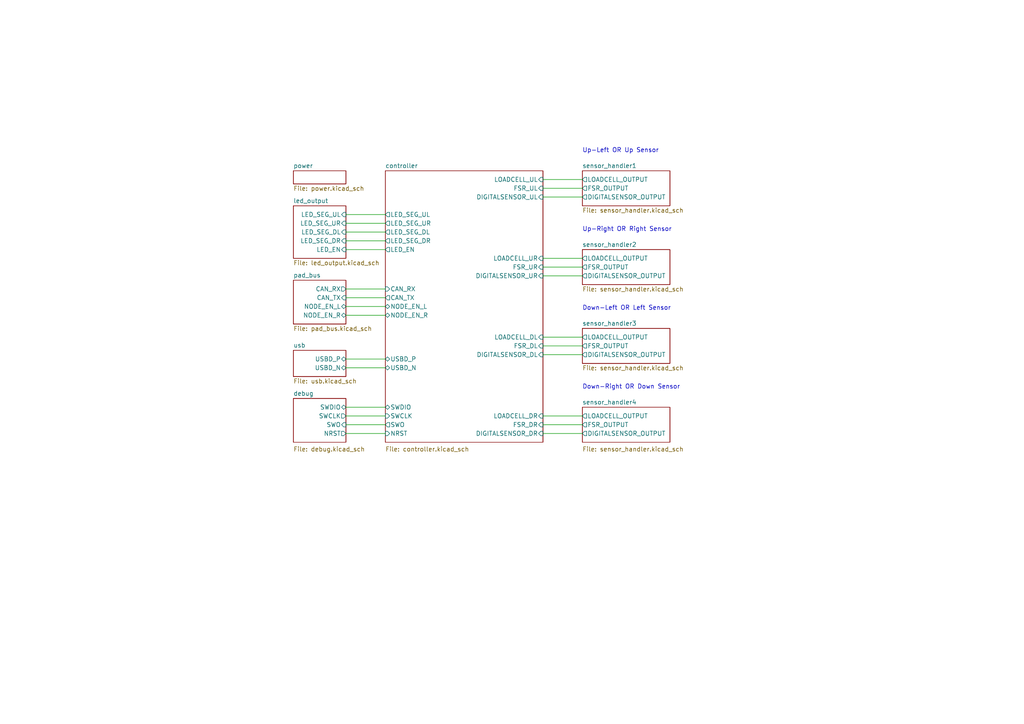
<source format=kicad_sch>
(kicad_sch (version 20211123) (generator eeschema)
  (paper "A4")
  (lib_symbols)
  (wire (pts (xy 157.48 123.19) (xy 168.91 123.19)))
  (wire (pts (xy 100.33 62.23) (xy 111.76 62.23)))
  (wire (pts (xy 100.33 104.14) (xy 111.76 104.14)))
  (wire (pts (xy 100.33 67.31) (xy 111.76 67.31)))
  (wire (pts (xy 100.33 69.85) (xy 111.76 69.85)))
  (wire (pts (xy 100.33 72.39) (xy 111.76 72.39)))
  (wire (pts (xy 100.33 86.36) (xy 111.76 86.36)))
  (wire (pts (xy 157.48 77.47) (xy 168.91 77.47)))
  (wire (pts (xy 157.48 74.93) (xy 168.91 74.93)))
  (wire (pts (xy 100.33 118.11) (xy 111.76 118.11)))
  (wire (pts (xy 100.33 106.68) (xy 111.76 106.68)))
  (wire (pts (xy 157.48 120.65) (xy 168.91 120.65)))
  (wire (pts (xy 157.48 102.87) (xy 168.91 102.87)))
  (wire (pts (xy 157.48 100.33) (xy 168.91 100.33)))
  (wire (pts (xy 100.33 64.77) (xy 111.76 64.77)))
  (wire (pts (xy 157.48 52.07) (xy 168.91 52.07)))
  (wire (pts (xy 157.48 97.79) (xy 168.91 97.79)))
  (wire (pts (xy 157.48 80.01) (xy 168.91 80.01)))
  (wire (pts (xy 157.48 54.61) (xy 168.91 54.61)))
  (wire (pts (xy 100.33 125.73) (xy 111.76 125.73)))
  (wire (pts (xy 157.48 125.73) (xy 168.91 125.73)))
  (wire (pts (xy 100.33 83.82) (xy 111.76 83.82)))
  (wire (pts (xy 100.33 88.9) (xy 111.76 88.9)))
  (wire (pts (xy 100.33 91.44) (xy 111.76 91.44)))
  (wire (pts (xy 157.48 57.15) (xy 168.91 57.15)))
  (wire (pts (xy 100.33 123.19) (xy 111.76 123.19)))
  (wire (pts (xy 100.33 120.65) (xy 111.76 120.65)))
  (text "Down-Right OR Down Sensor" (at 168.91 113.03 0) (effects (font (size 1.27 1.27)) (justify left bottom)))
  (text "Up-Left OR Up Sensor" (at 168.91 44.45 0) (effects (font (size 1.27 1.27)) (justify left bottom)))
  (text "Down-Left OR Left Sensor" (at 168.91 90.17 0) (effects (font (size 1.27 1.27)) (justify left bottom)))
  (text "Up-Right OR Right Sensor" (at 168.91 67.31 0) (effects (font (size 1.27 1.27)) (justify left bottom)))
  (sheet (at 111.76 49.53) (size 45.72 78.74) (stroke (width 0.1524))
    (property "Sheet name" "controller" (at 111.76 48.8184 0) (effects (justify left bottom)))
    (property "Sheet file" "controller.kicad_sch" (at 111.76 129.54 0) (effects (justify left top)))
    (pin "SWDIO" bidirectional (at 111.76 118.11 180))
    (pin "FSR_UR" input (at 157.48 77.47 0))
    (pin "SWCLK" input (at 111.76 120.65 180))
    (pin "FSR_DL" input (at 157.48 100.33 0))
    (pin "FSR_DR" input (at 157.48 123.19 0))
    (pin "DIGITALSENSOR_DL" input (at 157.48 102.87 0))
    (pin "DIGITALSENSOR_DR" input (at 157.48 125.73 0))
    (pin "SWO" output (at 111.76 123.19 180))
    (pin "LOADCELL_UL" input (at 157.48 52.07 0))
    (pin "LOADCELL_UR" input (at 157.48 74.93 0))
    (pin "DIGITALSENSOR_UR" input (at 157.48 80.01 0))
    (pin "LOADCELL_DL" input (at 157.48 97.79 0))
    (pin "DIGITALSENSOR_UL" input (at 157.48 57.15 0))
    (pin "FSR_UL" input (at 157.48 54.61 0))
    (pin "LOADCELL_DR" input (at 157.48 120.65 0))
    (pin "NRST" input (at 111.76 125.73 180))
    (pin "CAN_TX" output (at 111.76 86.36 180))
    (pin "CAN_RX" input (at 111.76 83.82 180))
    (pin "LED_SEG_UL" output (at 111.76 62.23 180))
    (pin "LED_SEG_UR" output (at 111.76 64.77 180))
    (pin "LED_SEG_DL" output (at 111.76 67.31 180))
    (pin "LED_SEG_DR" output (at 111.76 69.85 180))
    (pin "USBD_P" bidirectional (at 111.76 104.14 180))
    (pin "USBD_N" bidirectional (at 111.76 106.68 180))
    (pin "LED_EN" output (at 111.76 72.39 180))
    (pin "NODE_EN_L" bidirectional (at 111.76 88.9 180))
    (pin "NODE_EN_R" bidirectional (at 111.76 91.44 180))
  )
  (sheet (at 85.09 101.6) (size 15.24 7.62) (stroke (width 0.1524))
    (property "Sheet name" "usb" (at 85.09 100.8884 0) (effects (justify left bottom)))
    (property "Sheet file" "usb.kicad_sch" (at 85.09 109.8046 0) (effects (justify left top)))
    (pin "USBD_P" bidirectional (at 100.33 104.14 0))
    (pin "USBD_N" bidirectional (at 100.33 106.68 0))
  )
  (sheet (at 168.91 72.39) (size 25.4 10.16) (stroke (width 0.1524))
    (property "Sheet name" "sensor_handler2" (at 168.91 71.6784 0) (effects (justify left bottom)))
    (property "Sheet file" "sensor_handler.kicad_sch" (at 168.91 83.1346 0) (effects (justify left top)))
    (pin "LOADCELL_OUTPUT" output (at 168.91 74.93 180))
    (pin "FSR_OUTPUT" output (at 168.91 77.47 180))
    (pin "DIGITALSENSOR_OUTPUT" output (at 168.91 80.01 180))
  )
  (sheet (at 168.91 95.25) (size 25.4 10.16) (stroke (width 0.1524))
    (property "Sheet name" "sensor_handler3" (at 168.91 94.5384 0) (effects (justify left bottom)))
    (property "Sheet file" "sensor_handler.kicad_sch" (at 168.91 105.9946 0) (effects (justify left top)))
    (pin "LOADCELL_OUTPUT" output (at 168.91 97.79 180))
    (pin "FSR_OUTPUT" output (at 168.91 100.33 180))
    (pin "DIGITALSENSOR_OUTPUT" output (at 168.91 102.87 180))
  )
  (sheet (at 85.09 49.53) (size 15.24 3.81) (stroke (width 0.1524))
    (property "Sheet name" "power" (at 85.09 48.8184 0) (effects (justify left bottom)))
    (property "Sheet file" "power.kicad_sch" (at 85.09 53.9246 0) (effects (justify left top)))
  )
  (sheet (at 85.09 59.69) (size 15.24 15.24) (stroke (width 0.1524))
    (property "Sheet name" "led_output" (at 85.09 58.9784 0) (effects (justify left bottom)))
    (property "Sheet file" "led_output.kicad_sch" (at 85.09 75.5146 0) (effects (justify left top)))
    (pin "LED_SEG_UL" input (at 100.33 62.23 0))
    (pin "LED_SEG_DL" input (at 100.33 67.31 0))
    (pin "LED_SEG_UR" input (at 100.33 64.77 0))
    (pin "LED_SEG_DR" input (at 100.33 69.85 0))
    (pin "LED_EN" input (at 100.33 72.39 0))
  )
  (sheet (at 85.09 81.28) (size 15.24 12.7) (stroke (width 0.1524))
    (property "Sheet name" "pad_bus" (at 85.09 80.5684 0) (effects (justify left bottom)))
    (property "Sheet file" "pad_bus.kicad_sch" (at 85.09 94.5646 0) (effects (justify left top)))
    (pin "CAN_RX" output (at 100.33 83.82 0))
    (pin "CAN_TX" input (at 100.33 86.36 0))
    (pin "NODE_EN_R" bidirectional (at 100.33 91.44 0))
    (pin "NODE_EN_L" bidirectional (at 100.33 88.9 0))
  )
  (sheet (at 85.09 115.57) (size 15.24 12.7) (stroke (width 0.1524))
    (property "Sheet name" "debug" (at 85.09 114.8584 0) (effects (justify left bottom)))
    (property "Sheet file" "debug.kicad_sch" (at 85.09 129.54 0) (effects (justify left top)))
    (pin "SWDIO" bidirectional (at 100.33 118.11 0))
    (pin "SWCLK" output (at 100.33 120.65 0))
    (pin "NRST" output (at 100.33 125.73 0))
    (pin "SWO" input (at 100.33 123.19 0))
  )
  (sheet (at 168.91 49.53) (size 25.4 10.16) (stroke (width 0.1524))
    (property "Sheet name" "sensor_handler1" (at 168.91 48.8184 0) (effects (justify left bottom)))
    (property "Sheet file" "sensor_handler.kicad_sch" (at 168.91 60.2746 0) (effects (justify left top)))
    (pin "LOADCELL_OUTPUT" output (at 168.91 52.07 180))
    (pin "FSR_OUTPUT" output (at 168.91 54.61 180))
    (pin "DIGITALSENSOR_OUTPUT" output (at 168.91 57.15 180))
  )
  (sheet (at 168.91 118.11) (size 25.4 10.16) (stroke (width 0.1524))
    (property "Sheet name" "sensor_handler4" (at 168.91 117.3984 0) (effects (justify left bottom)))
    (property "Sheet file" "sensor_handler.kicad_sch" (at 168.91 129.54 0) (effects (justify left top)))
    (pin "LOADCELL_OUTPUT" output (at 168.91 120.65 180))
    (pin "FSR_OUTPUT" output (at 168.91 123.19 180))
    (pin "DIGITALSENSOR_OUTPUT" output (at 168.91 125.73 180))
  )
)
</source>
